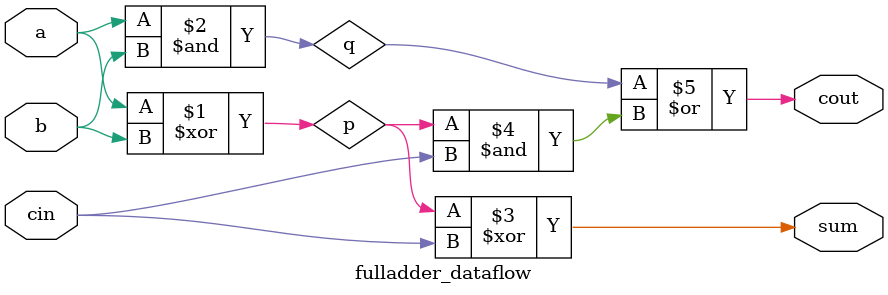
<source format=sv>
module fulladder_dataflow(
  input logic a, b, cin, 
  output logic sum, cout
);
  logic p, q;  
  assign p = a ^ b;
  assign q = a & b;
  assign sum = p ^ cin;
  assign cout = q | (p & cin);
endmodule

</source>
